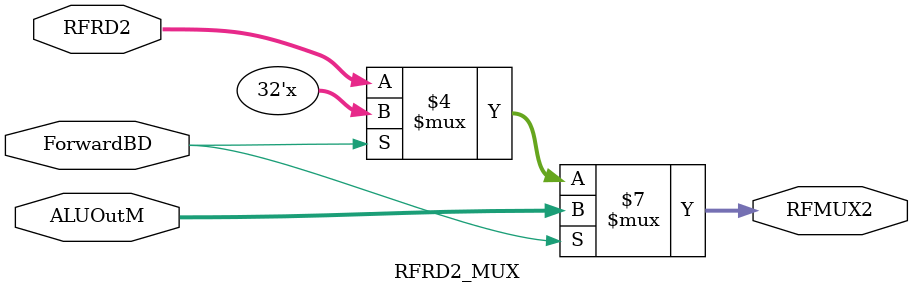
<source format=v>
`timescale 1ns / 1ps


module RFRD2_MUX(
input [31 : 0] RFRD2,
input [31 : 0] ALUOutM,
input ForwardBD,

output reg [31 : 0] RFMUX2
    );
    
    always @(*) begin
        if(ForwardBD == 1'b1) begin
        RFMUX2 <= ALUOutM;
        end
        
        else if(ForwardBD == 1'b0) begin
         RFMUX2 <= RFRD2;
         end
    end
    
endmodule

</source>
